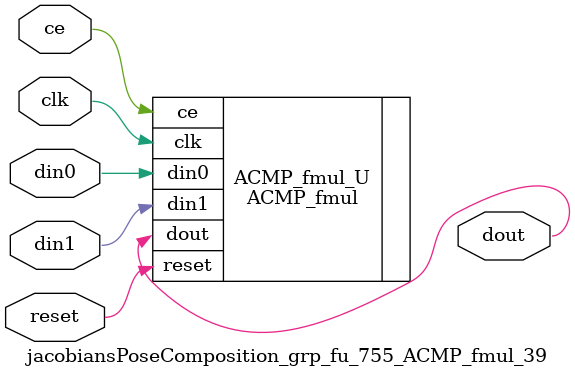
<source format=v>

`timescale 1 ns / 1 ps
module jacobiansPoseComposition_grp_fu_755_ACMP_fmul_39(
    clk,
    reset,
    ce,
    din0,
    din1,
    dout);

parameter ID = 32'd1;
parameter NUM_STAGE = 32'd1;
parameter din0_WIDTH = 32'd1;
parameter din1_WIDTH = 32'd1;
parameter dout_WIDTH = 32'd1;
input clk;
input reset;
input ce;
input[din0_WIDTH - 1:0] din0;
input[din1_WIDTH - 1:0] din1;
output[dout_WIDTH - 1:0] dout;



ACMP_fmul #(
.ID( ID ),
.NUM_STAGE( 4 ),
.din0_WIDTH( din0_WIDTH ),
.din1_WIDTH( din1_WIDTH ),
.dout_WIDTH( dout_WIDTH ))
ACMP_fmul_U(
    .clk( clk ),
    .reset( reset ),
    .ce( ce ),
    .din0( din0 ),
    .din1( din1 ),
    .dout( dout ));

endmodule

</source>
